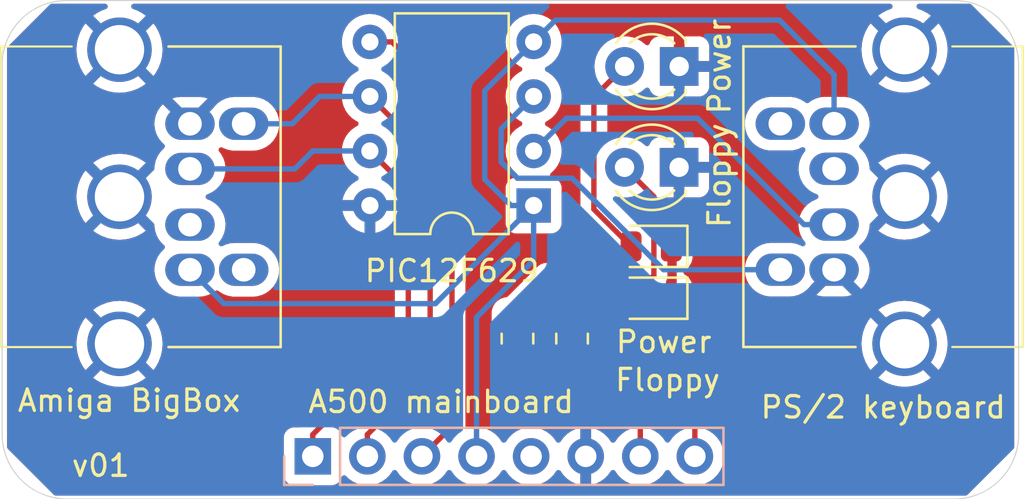
<source format=kicad_pcb>
(kicad_pcb (version 20221018) (generator pcbnew)
  (layers (0 "F.Cu" signal) (31 "B.Cu" signal) (34 "B.Paste" user) (35 "F.Paste" user) (36 "B.SilkS" user "B.Silkscreen") (37 "F.SilkS" user "F.Silkscreen") (38 "B.Mask" user) (39 "F.Mask" user) (44 "Edge.Cuts" user))
  (net 0 "")
  (net 1 "GND")
  (net 2 "Net-(D1-A)")
  (net 3 "Net-(D2-A)")
  (net 4 "amigadat")
  (net 5 "amigaclock")
  (net 6 "kdat")
  (net 8 "led_power")
  (net 9 "led_floppy")
  (net 10 "VCC")
  (net 11 "kclock")
  (net 12 "reset")
  (footprint "own:Mini-DIN-6_PS2-Keyboard-Socket_Connfly_DS1093-01-PN60" (layer "F.Cu") (at 119.38 93.0656 -90)
    (fp_text reference "J11" hide)
    (fp_text value "Amiga BigBox" (at 9.496 2.834) (layer "F.SilkS"))
    (fp_line (start -7 -4.22) (end -7 1) (stroke (width 0.12)) (layer "F.SilkS"))
    (fp_line (start -7 8.78) (end -7 5.5) (stroke (width 0.1)) (layer "F.SilkS"))
    (fp_line (start -7 8.78) (end 7 8.78) (stroke (width 0.12)) (layer "F.SilkS"))
    (fp_line (start 7 -4.22) (end -7 -4.22) (stroke (width 0.12)) (layer "F.SilkS"))
    (fp_line (start 7 1) (end 7 -4.22) (stroke (width 0.12)) (layer "F.SilkS"))
    (fp_line (start 7 8.78) (end 7 5.5) (stroke (width 0.1)) (layer "F.SilkS"))
    (pad "" thru_hole circle (at -6.85 3.28 270) (size 3 3) (drill 2.3) (layers "*.Cu" "*.Mask") (net 1 "GND"))
    (pad "" thru_hole circle (at 0 3.28 270) (size 3 3) (drill 2.3) (layers "*.Cu" "*.Mask") (net 1 "GND"))
    (pad "" thru_hole circle (at 6.85 3.28 270) (size 3 3) (drill 2.3) (layers "*.Cu" "*.Mask") (net 1 "GND"))
    (pad "1" thru_hole oval (at -1.3 0 270) (size 1.5 2.3) (drill 1.1) (layers "*.Cu" "*.Mask") (net 4 "amigadat"))
    (pad "2" thru_hole oval (at 1.3 0 270) (size 1.5 2.3) (drill 1.1) (layers "*.Cu" "*.Mask"))
    (pad "3" thru_hole oval (at -3.4 0 270) (size 1.5 2.3) (drill 1.1) (layers "*.Cu" "*.Mask") (net 1 "GND"))
    (pad "4" thru_hole oval (at 3.4 0 270) (size 1.5 2.3) (drill 1.1) (layers "*.Cu" "*.Mask") (net 10 "VCC"))
    (pad "5" thru_hole oval (at -3.4 -2.5 270) (size 1.5 2.3) (drill 1.1) (layers "*.Cu" "*.Mask") (net 5 "amigaclock"))
    (pad "6" thru_hole oval (at 3.4 -2.5 270) (size 1.5 2.3) (drill 1.1) (layers "*.Cu" "*.Mask"))
  )
  (footprint "LED_THT:LED_D3.0mm" (layer "F.Cu") (at 142.1407 91.694 180)
    (fp_text reference "D4" hide)
    (fp_text value "Floppy" (at -1.8773 -0.381 90) (layer "F.SilkS"))
    (fp_line (start -0.29 -1.236) (end -0.29 -1.08) (stroke (width 0.12)) (layer "F.SilkS"))
    (fp_line (start -0.29 1.08) (end -0.29 1.236) (stroke (width 0.12)) (layer "F.SilkS"))
    (fp_arc (start -0.29 -1.235516) (mid 1.366487 -1.987659) (end 2.942335 -1.078608) (stroke (width 0.12)) (layer "F.SilkS"))
    (fp_arc (start 0.229039 -1.08) (mid 1.270117 -1.5) (end 2.31113 -1.079837) (stroke (width 0.12)) (layer "F.SilkS"))
    (fp_arc (start 2.31113 1.079837) (mid 1.270117 1.5) (end 0.229039 1.08) (stroke (width 0.12)) (layer "F.SilkS"))
    (fp_arc (start 2.942335 1.078608) (mid 1.366487 1.987659) (end -0.29 1.235516) (stroke (width 0.12)) (layer "F.SilkS"))
    (pad "1" thru_hole rect (at 0 0 180) (size 1.8 1.8) (drill 0.9) (layers "*.Cu" "*.Mask") (net 1 "GND"))
    (pad "2" thru_hole circle (at 2.54 0 180) (size 1.8 1.8) (drill 0.9) (layers "*.Cu" "*.Mask") (net 3 "Net-(D2-A)"))
  )
  (footprint "Resistor_SMD:R_0805_2012Metric" (layer "F.Cu") (at 137.16 99.6715 90)
    (fp_text reference "R2" hide)
    (fp_text value "200")
    (fp_line (start -0.227064 -0.735) (end 0.227064 -0.735) (stroke (width 0.12)) (layer "F.SilkS"))
    (fp_line (start -0.227064 0.735) (end 0.227064 0.735) (stroke (width 0.12)) (layer "F.SilkS"))
    (pad "1" smd roundrect (at -0.9125 0 90) (size 1.025 1.4) (layers "F.Cu" "F.Paste" "F.Mask") (roundrect_rratio 0.243902439) (net 9 "led_floppy"))
    (pad "2" smd roundrect (at 0.9125 0 90) (size 1.025 1.4) (layers "F.Cu" "F.Paste" "F.Mask") (roundrect_rratio 0.243902439) (net 3 "Net-(D2-A)"))
  )
  (footprint "LED_SMD:LED_0805_2012Metric" (layer "F.Cu") (at 140.843 97.79 180)
    (fp_text reference "D2" hide)
    (fp_text value "Floppy" (at -0.762 -3.81) (layer "F.SilkS"))
    (fp_line (start -1.685 -0.96) (end -1.685 0.96) (stroke (width 0.12)) (layer "F.SilkS"))
    (fp_line (start -1.685 0.96) (end 1 0.96) (stroke (width 0.12)) (layer "F.SilkS"))
    (fp_line (start 1 -0.96) (end -1.685 -0.96) (stroke (width 0.12)) (layer "F.SilkS"))
    (pad "1" smd roundrect (at -0.9375 0 180) (size 0.975 1.4) (layers "F.Cu" "F.Paste" "F.Mask") (net 1 "GND"))
    (pad "2" smd roundrect (at 0.9375 0 180) (size 0.975 1.4) (layers "F.Cu" "F.Paste" "F.Mask") (net 3 "Net-(D2-A)"))
  )
  (footprint "Package_DIP:DIP-8_W7.62mm" (layer "F.Cu") (at 135.372 93.472 180)
    (fp_text reference "U1" hide)
    (fp_text value "PIC12F629" (at 3.8 -3.048) (layer "F.SilkS"))
    (fp_line (start 1.16 -1.33) (end 1.16 8.95) (stroke (width 0.12)) (layer "F.SilkS"))
    (fp_line (start 1.16 8.95) (end 6.46 8.95) (stroke (width 0.12)) (layer "F.SilkS"))
    (fp_line (start 2.81 -1.33) (end 1.16 -1.33) (stroke (width 0.12)) (layer "F.SilkS"))
    (fp_line (start 6.46 -1.33) (end 4.81 -1.33) (stroke (width 0.12)) (layer "F.SilkS"))
    (fp_line (start 6.46 8.95) (end 6.46 -1.33) (stroke (width 0.12)) (layer "F.SilkS"))
    (fp_arc (start 4.81 -1.33) (mid 3.81 -0.33) (end 2.81 -1.33) (stroke (width 0.12)) (layer "F.SilkS"))
    (pad "1" thru_hole rect (at 0 0 180) (size 1.6 1.6) (drill 0.8) (layers "*.Cu" "*.Mask") (net 10 "VCC"))
    (pad "2" thru_hole oval (at 0 2.54 180) (size 1.6 1.6) (drill 0.8) (layers "*.Cu" "*.Mask") (net 6 "kdat"))
    (pad "3" thru_hole oval (at 0 5.08 180) (size 1.6 1.6) (drill 0.8) (layers "*.Cu" "*.Mask") (net 11 "kclock"))
    (pad "4" thru_hole oval (at 0 7.62 180) (size 1.6 1.6) (drill 0.8) (layers "*.Cu" "*.Mask") (net 10 "VCC"))
    (pad "5" thru_hole oval (at 7.62 7.62 180) (size 1.6 1.6) (drill 0.8) (layers "*.Cu" "*.Mask") (net 12 "reset"))
    (pad "6" thru_hole oval (at 7.62 5.08 180) (size 1.6 1.6) (drill 0.8) (layers "*.Cu" "*.Mask") (net 5 "amigaclock"))
    (pad "7" thru_hole oval (at 7.62 2.54 180) (size 1.6 1.6) (drill 0.8) (layers "*.Cu" "*.Mask") (net 4 "amigadat"))
    (pad "8" thru_hole oval (at 7.62 0 180) (size 1.6 1.6) (drill 0.8) (layers "*.Cu" "*.Mask") (net 1 "GND"))
  )
  (footprint "LED_SMD:LED_0805_2012Metric" (layer "F.Cu") (at 140.843 95.377 180)
    (fp_text reference "D1" hide)
    (fp_text value "Power" (at -0.5842 -4.445) (layer "F.SilkS"))
    (fp_line (start -1.685 -0.96) (end -1.685 0.96) (stroke (width 0.12)) (layer "F.SilkS"))
    (fp_line (start -1.685 0.96) (end 1 0.96) (stroke (width 0.12)) (layer "F.SilkS"))
    (fp_line (start 1 -0.96) (end -1.685 -0.96) (stroke (width 0.12)) (layer "F.SilkS"))
    (pad "1" smd roundrect (at -0.9375 0 180) (size 0.975 1.4) (layers "F.Cu" "F.Paste" "F.Mask") (net 1 "GND"))
    (pad "2" smd roundrect (at 0.9375 0 180) (size 0.975 1.4) (layers "F.Cu" "F.Paste" "F.Mask") (net 2 "Net-(D1-A)"))
  )
  (footprint "own:Mini-DIN-6_PS2-Keyboard-Socket_Connfly_DS1093-01-PN60" (layer "F.Cu") (at 149.352 93.062 90)
    (fp_text reference "J2" hide)
    (fp_text value "PS/2 keyboard" (at -9.808 2.286 180) (layer "F.SilkS"))
    (fp_line (start -7 -4.22) (end -7 1) (stroke (width 0.12)) (layer "F.SilkS"))
    (fp_line (start -7 8.78) (end -7 5.5) (stroke (width 0.1)) (layer "F.SilkS"))
    (fp_line (start -7 8.78) (end 7 8.78) (stroke (width 0.12)) (layer "F.SilkS"))
    (fp_line (start 7 -4.22) (end -7 -4.22) (stroke (width 0.12)) (layer "F.SilkS"))
    (fp_line (start 7 1) (end 7 -4.22) (stroke (width 0.12)) (layer "F.SilkS"))
    (fp_line (start 7 8.78) (end 7 5.5) (stroke (width 0.1)) (layer "F.SilkS"))
    (pad "" thru_hole circle (at -6.85 3.28 90) (size 3 3) (drill 2.3) (layers "*.Cu" "*.Mask") (net 1 "GND"))
    (pad "" thru_hole circle (at 0 3.28 90) (size 3 3) (drill 2.3) (layers "*.Cu" "*.Mask") (net 1 "GND"))
    (pad "" thru_hole circle (at 6.85 3.28 90) (size 3 3) (drill 2.3) (layers "*.Cu" "*.Mask") (net 1 "GND"))
    (pad "1" thru_hole oval (at -1.3 0 90) (size 1.5 2.3) (drill 1.1) (layers "*.Cu" "*.Mask") (net 6 "kdat"))
    (pad "2" thru_hole oval (at 1.3 0 90) (size 1.5 2.3) (drill 1.1) (layers "*.Cu" "*.Mask"))
    (pad "3" thru_hole oval (at -3.4 0 90) (size 1.5 2.3) (drill 1.1) (layers "*.Cu" "*.Mask") (net 1 "GND"))
    (pad "4" thru_hole oval (at 3.4 0 90) (size 1.5 2.3) (drill 1.1) (layers "*.Cu" "*.Mask") (net 10 "VCC"))
    (pad "5" thru_hole oval (at -3.4 -2.5 90) (size 1.5 2.3) (drill 1.1) (layers "*.Cu" "*.Mask") (net 11 "kclock"))
    (pad "6" thru_hole oval (at 3.4 -2.5 90) (size 1.5 2.3) (drill 1.1) (layers "*.Cu" "*.Mask"))
  )
  (footprint "LED_THT:LED_D3.0mm" (layer "F.Cu") (at 142.1457 86.995 180)
    (fp_text reference "D3" hide)
    (fp_text value "Power" (at -1.8723 0 90) (layer "F.SilkS"))
    (fp_line (start -0.29 -1.236) (end -0.29 -1.08) (stroke (width 0.12)) (layer "F.SilkS"))
    (fp_line (start -0.29 1.08) (end -0.29 1.236) (stroke (width 0.12)) (layer "F.SilkS"))
    (fp_arc (start -0.29 -1.235516) (mid 1.366487 -1.987659) (end 2.942335 -1.078608) (stroke (width 0.12)) (layer "F.SilkS"))
    (fp_arc (start 0.229039 -1.08) (mid 1.270117 -1.5) (end 2.31113 -1.079837) (stroke (width 0.12)) (layer "F.SilkS"))
    (fp_arc (start 2.31113 1.079837) (mid 1.270117 1.5) (end 0.229039 1.08) (stroke (width 0.12)) (layer "F.SilkS"))
    (fp_arc (start 2.942335 1.078608) (mid 1.366487 1.987659) (end -0.29 1.235516) (stroke (width 0.12)) (layer "F.SilkS"))
    (pad "1" thru_hole rect (at 0 0 180) (size 1.8 1.8) (drill 0.9) (layers "*.Cu" "*.Mask") (net 1 "GND"))
    (pad "2" thru_hole circle (at 2.54 0 180) (size 1.8 1.8) (drill 0.9) (layers "*.Cu" "*.Mask") (net 2 "Net-(D1-A)"))
  )
  (footprint "Resistor_SMD:R_0805_2012Metric" (layer "F.Cu") (at 134.62 99.6715 90)
    (fp_text reference "R1" hide)
    (fp_text value "200")
    (fp_line (start -0.227064 -0.735) (end 0.227064 -0.735) (stroke (width 0.12)) (layer "F.SilkS"))
    (fp_line (start -0.227064 0.735) (end 0.227064 0.735) (stroke (width 0.12)) (layer "F.SilkS"))
    (pad "1" smd roundrect (at -0.9125 0 90) (size 1.025 1.4) (layers "F.Cu" "F.Paste" "F.Mask") (roundrect_rratio 0.243902439) (net 8 "led_power"))
    (pad "2" smd roundrect (at 0.9125 0 90) (size 1.025 1.4) (layers "F.Cu" "F.Paste" "F.Mask") (roundrect_rratio 0.243902439) (net 2 "Net-(D1-A)"))
  )
  (footprint "Connector_PinSocket_2.54mm:PinSocket_1x08_P2.54mm_Vertical" (layer "B.Cu") (at 125.095 105.156 -90)
    (fp_text reference "J12" hide)
    (fp_text value "A500 mainboard" (at -2.54 -5.969) (layer "F.SilkS"))
    (fp_line (start -1.33 -19.11) (end 1.33 -19.11) (stroke (width 0.12)) (layer "B.SilkS"))
    (fp_line (start -1.33 -1.27) (end -1.33 -19.11) (stroke (width 0.12)) (layer "B.SilkS"))
    (fp_line (start -1.33 -1.27) (end 1.33 -1.27) (stroke (width 0.12)) (layer "B.SilkS"))
    (fp_line (start 0 1.33) (end 1.33 1.33) (stroke (width 0.12)) (layer "B.SilkS"))
    (fp_line (start 1.33 -1.27) (end 1.33 -19.11) (stroke (width 0.12)) (layer "B.SilkS"))
    (fp_line (start 1.33 1.33) (end 1.33 0) (stroke (width 0.12)) (layer "B.SilkS"))
    (pad "1" thru_hole rect (at 0 0 270) (size 1.7 1.7) (drill 1) (layers "*.Cu" "*.Mask") (net 4 "amigadat"))
    (pad "2" thru_hole oval (at 0 -2.54 270) (size 1.7 1.7) (drill 1) (layers "*.Cu" "*.Mask") (net 5 "amigaclock"))
    (pad "3" thru_hole oval (at 0 -5.08 270) (size 1.7 1.7) (drill 1) (layers "*.Cu" "*.Mask") (net 12 "reset"))
    (pad "4" thru_hole oval (at 0 -7.62 270) (size 1.7 1.7) (drill 1) (layers "*.Cu" "*.Mask") (net 10 "VCC"))
    (pad "5" thru_hole oval (at 0 -10.16 270) (size 1.7 1.7) (drill 1) (layers "*.Cu" "*.Mask"))
    (pad "6" thru_hole oval (at 0 -12.7 270) (size 1.7 1.7) (drill 1) (layers "*.Cu" "*.Mask") (net 1 "GND"))
    (pad "7" thru_hole oval (at 0 -15.24 270) (size 1.7 1.7) (drill 1) (layers "*.Cu" "*.Mask") (net 8 "led_power"))
    (pad "8" thru_hole oval (at 0 -17.78 270) (size 1.7 1.7) (drill 1) (layers "*.Cu" "*.Mask") (net 9 "led_floppy"))
  )
  (gr_line (start 113.662199 107.14) (end 154.94 107.14) (stroke (width 0.05)) (layer "Edge.Cuts"))
  (gr_arc (start 110.6396 86.9244) (mid 111.51828 84.80308) (end 113.6396 83.9244) (stroke (width 0.05)) (layer "Edge.Cuts"))
  (gr_line (start 157.94 104.14) (end 157.94 86.9188) (stroke (width 0.05)) (layer "Edge.Cuts"))
  (gr_arc (start 154.94 83.9244) (mid 157.06132 84.80308) (end 157.94 86.9244) (stroke (width 0.05)) (layer "Edge.Cuts"))
  (gr_line (start 154.94 83.9244) (end 113.6396 83.9244) (stroke (width 0.05)) (layer "Edge.Cuts"))
  (gr_arc (start 157.94 104.14) (mid 157.06132 106.26132) (end 154.94 107.14) (stroke (width 0.05)) (layer "Edge.Cuts"))
  (gr_line (start 110.6396 86.9188) (end 110.6396 104.1174) (stroke (width 0.05)) (layer "Edge.Cuts"))
  (gr_arc (start 113.662199 107.14) (mid 111.524899 106.254701) (end 110.6396 104.1174) (stroke (width 0.05)) (layer "Edge.Cuts"))
  (gr_text "v01" (at 113.792 106.172) (layer "F.SilkS") (effects (font (size 1 1)) (justify left bottom)))
  (segment (start 135.9935 96.774) (end 138.5085 96.774) (width 0.25) (layer "F.Cu") (net 2))
  (segment (start 138.5085 96.774) (end 139.9055 95.377) (width 0.25) (layer "F.Cu") (net 2))
  (segment (start 134.62 98.1475) (end 135.9935 96.774) (width 0.25) (layer "F.Cu") (net 2))
  (segment (start 139.9055 95.377) (end 138.176 93.6475) (width 0.25) (layer "F.Cu") (net 2))
  (segment (start 134.62 98.759) (end 134.62 98.1475) (width 0.25) (layer "F.Cu") (net 2))
  (segment (start 138.176 93.6475) (end 138.176 88.4247) (width 0.25) (layer "F.Cu") (net 2))
  (segment (start 138.176 88.4247) (end 139.6057 86.995) (width 0.25) (layer "F.Cu") (net 2))
  (segment (start 140.968 96.7275) (end 140.968 93.0613) (width 0.25) (layer "F.Cu") (net 3))
  (segment (start 139.9055 97.79) (end 140.968 96.7275) (width 0.25) (layer "F.Cu") (net 3))
  (segment (start 140.968 93.0613) (end 139.6007 91.694) (width 0.25) (layer "F.Cu") (net 3))
  (segment (start 137.715 98.759) (end 138.684 97.79) (width 0.25) (layer "F.Cu") (net 3))
  (segment (start 138.684 97.79) (end 139.9055 97.79) (width 0.25) (layer "F.Cu") (net 3))
  (segment (start 137.16 98.759) (end 137.715 98.759) (width 0.25) (layer "F.Cu") (net 3))
  (segment (start 125.095 104.14) (end 129.54 99.695) (width 0.25) (layer "F.Cu") (net 4))
  (segment (start 129.54 99.695) (end 129.54 92.72) (width 0.25) (layer "F.Cu") (net 4))
  (segment (start 129.54 92.72) (end 127.752 90.932) (width 0.25) (layer "F.Cu") (net 4))
  (segment (start 125.095 105.156) (end 125.095 104.14) (width 0.25) (layer "F.Cu") (net 4))
  (segment (start 125.095 90.932) (end 127.752 90.932) (width 0.25) (layer "B.Cu") (net 4))
  (segment (start 124.2614 91.7656) (end 125.095 90.932) (width 0.25) (layer "B.Cu") (net 4))
  (segment (start 119.38 91.7656) (end 124.2614 91.7656) (width 0.25) (layer "B.Cu") (net 4))
  (segment (start 127.635 104.14) (end 130.556 101.219) (width 0.25) (layer "F.Cu") (net 5))
  (segment (start 127.635 105.156) (end 127.635 104.14) (width 0.25) (layer "F.Cu") (net 5))
  (segment (start 130.556 101.219) (end 130.556 91.196) (width 0.25) (layer "F.Cu") (net 5))
  (segment (start 130.556 91.196) (end 127.752 88.392) (width 0.25) (layer "F.Cu") (net 5))
  (segment (start 124.1389 89.6656) (end 121.88 89.6656) (width 0.25) (layer "B.Cu") (net 5))
  (segment (start 125.4125 88.392) (end 124.1389 89.6656) (width 0.25) (layer "B.Cu") (net 5))
  (segment (start 127.752 88.392) (end 125.4125 88.392) (width 0.25) (layer "B.Cu") (net 5))
  (segment (start 136.896 89.408) (end 143.002 89.408) (width 0.25) (layer "B.Cu") (net 6))
  (segment (start 135.372 90.932) (end 136.896 89.408) (width 0.25) (layer "B.Cu") (net 6))
  (segment (start 147.956 94.362) (end 149.352 94.362) (width 0.25) (layer "B.Cu") (net 6))
  (segment (start 143.002 89.408) (end 147.956 94.362) (width 0.25) (layer "B.Cu") (net 6))
  (segment (start 140.335 103.6955) (end 140.335 105.156) (width 0.25) (layer "F.Cu") (net 8))
  (segment (start 138.7475 102.108) (end 140.335 103.6955) (width 0.25) (layer "F.Cu") (net 8))
  (segment (start 135.128 102.108) (end 138.7475 102.108) (width 0.25) (layer "F.Cu") (net 8))
  (segment (start 134.62 101.6) (end 135.128 102.108) (width 0.25) (layer "F.Cu") (net 8))
  (segment (start 134.62 100.584) (end 134.62 101.6) (width 0.25) (layer "F.Cu") (net 8))
  (segment (start 139.7508 100.584) (end 142.875 103.7082) (width 0.25) (layer "F.Cu") (net 9))
  (segment (start 142.875 103.7082) (end 142.875 105.156) (width 0.25) (layer "F.Cu") (net 9))
  (segment (start 137.16 100.584) (end 139.7508 100.584) (width 0.25) (layer "F.Cu") (net 9))
  (segment (start 130.8 98.044) (end 135.372 93.472) (width 0.25) (layer "B.Cu") (net 10))
  (segment (start 135.372 93.472) (end 135.372 96.022) (width 0.25) (layer "B.Cu") (net 10))
  (segment (start 133.096 92.246) (end 134.322 93.472) (width 0.25) (layer "B.Cu") (net 10))
  (segment (start 133.096 88.128) (end 133.096 92.246) (width 0.25) (layer "B.Cu") (net 10))
  (segment (start 132.715 98.679) (end 132.715 105.156) (width 0.25) (layer "B.Cu") (net 10))
  (segment (start 146.812 84.836) (end 149.352 87.376) (width 0.25) (layer "B.Cu") (net 10))
  (segment (start 135.372 96.022) (end 132.715 98.679) (width 0.25) (layer "B.Cu") (net 10))
  (segment (start 149.352 87.376) (end 149.352 89.662) (width 0.25) (layer "B.Cu") (net 10))
  (segment (start 135.372 85.852) (end 133.096 88.128) (width 0.25) (layer "B.Cu") (net 10))
  (segment (start 134.322 93.472) (end 135.372 93.472) (width 0.25) (layer "B.Cu") (net 10))
  (segment (start 135.372 85.852) (end 136.388 84.836) (width 0.25) (layer "B.Cu") (net 10))
  (segment (start 120.9584 98.044) (end 130.8 98.044) (width 0.25) (layer "B.Cu") (net 10))
  (segment (start 119.38 96.4656) (end 120.9584 98.044) (width 0.25) (layer "B.Cu") (net 10))
  (segment (start 136.388 84.836) (end 146.812 84.836) (width 0.25) (layer "B.Cu") (net 10))
  (segment (start 135.372 88.392) (end 133.858 89.906) (width 0.25) (layer "B.Cu") (net 11))
  (segment (start 133.858 91.44) (end 134.62 92.202) (width 0.25) (layer "B.Cu") (net 11))
  (segment (start 141.42 96.462) (end 146.852 96.462) (width 0.25) (layer "B.Cu") (net 11))
  (segment (start 137.16 92.202) (end 141.42 96.462) (width 0.25) (layer "B.Cu") (net 11))
  (segment (start 133.858 89.906) (end 133.858 91.44) (width 0.25) (layer "B.Cu") (net 11))
  (segment (start 134.62 92.202) (end 137.16 92.202) (width 0.25) (layer "B.Cu") (net 11))
  (segment (start 128.778 85.852) (end 131.572 88.646) (width 0.25) (layer "F.Cu") (net 12))
  (segment (start 127.752 85.852) (end 128.778 85.852) (width 0.25) (layer "F.Cu") (net 12))
  (segment (start 131.572 88.646) (end 131.572 103.759) (width 0.25) (layer "F.Cu") (net 12))
  (segment (start 131.572 103.759) (end 130.175 105.156) (width 0.25) (layer "F.Cu") (net 12))
  (zone (net 1) (net_name "GND") (layers "F&B.Cu") (connect_pads (clearance 0.5)) (min_thickness 0.25) (fill yes (thermal_gap 0.5) (thermal_bridge_width 0.5))
    (polygon (pts (xy 110.871 86.106) (xy 110.871 104.775) (xy 113.0808 106.9848) (xy 155.5242 106.9848) (xy 157.734 104.775) (xy 157.734 86.106) (xy 155.702 84.074) (xy 112.903 84.074)))
  )
)
</source>
